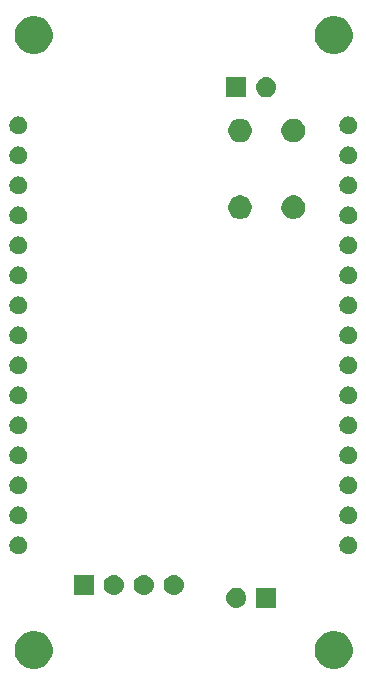
<source format=gbr>
G04 #@! TF.GenerationSoftware,KiCad,Pcbnew,(5.0.2)-1*
G04 #@! TF.CreationDate,2019-06-25T18:24:43+05:30*
G04 #@! TF.ProjectId,CapacityOfBattery,43617061-6369-4747-994f-664261747465,rev?*
G04 #@! TF.SameCoordinates,Original*
G04 #@! TF.FileFunction,Soldermask,Bot*
G04 #@! TF.FilePolarity,Negative*
%FSLAX46Y46*%
G04 Gerber Fmt 4.6, Leading zero omitted, Abs format (unit mm)*
G04 Created by KiCad (PCBNEW (5.0.2)-1) date 06/25/19 18:24:43*
%MOMM*%
%LPD*%
G01*
G04 APERTURE LIST*
%ADD10C,0.100000*%
G04 APERTURE END LIST*
D10*
G36*
X41995703Y-65771486D02*
X42286883Y-65892097D01*
X42548944Y-66067201D01*
X42771799Y-66290056D01*
X42946903Y-66552117D01*
X43067514Y-66843297D01*
X43129000Y-67152412D01*
X43129000Y-67467588D01*
X43067514Y-67776703D01*
X42946903Y-68067883D01*
X42771799Y-68329944D01*
X42548944Y-68552799D01*
X42286883Y-68727903D01*
X41995703Y-68848514D01*
X41686588Y-68910000D01*
X41371412Y-68910000D01*
X41062297Y-68848514D01*
X40771117Y-68727903D01*
X40509056Y-68552799D01*
X40286201Y-68329944D01*
X40111097Y-68067883D01*
X39990486Y-67776703D01*
X39929000Y-67467588D01*
X39929000Y-67152412D01*
X39990486Y-66843297D01*
X40111097Y-66552117D01*
X40286201Y-66290056D01*
X40509056Y-66067201D01*
X40771117Y-65892097D01*
X41062297Y-65771486D01*
X41371412Y-65710000D01*
X41686588Y-65710000D01*
X41995703Y-65771486D01*
X41995703Y-65771486D01*
G37*
G36*
X16595703Y-65771486D02*
X16886883Y-65892097D01*
X17148944Y-66067201D01*
X17371799Y-66290056D01*
X17546903Y-66552117D01*
X17667514Y-66843297D01*
X17729000Y-67152412D01*
X17729000Y-67467588D01*
X17667514Y-67776703D01*
X17546903Y-68067883D01*
X17371799Y-68329944D01*
X17148944Y-68552799D01*
X16886883Y-68727903D01*
X16595703Y-68848514D01*
X16286588Y-68910000D01*
X15971412Y-68910000D01*
X15662297Y-68848514D01*
X15371117Y-68727903D01*
X15109056Y-68552799D01*
X14886201Y-68329944D01*
X14711097Y-68067883D01*
X14590486Y-67776703D01*
X14529000Y-67467588D01*
X14529000Y-67152412D01*
X14590486Y-66843297D01*
X14711097Y-66552117D01*
X14886201Y-66290056D01*
X15109056Y-66067201D01*
X15371117Y-65892097D01*
X15662297Y-65771486D01*
X15971412Y-65710000D01*
X16286588Y-65710000D01*
X16595703Y-65771486D01*
X16595703Y-65771486D01*
G37*
G36*
X33440630Y-62027299D02*
X33600855Y-62075903D01*
X33748520Y-62154831D01*
X33877949Y-62261051D01*
X33984169Y-62390480D01*
X34063097Y-62538145D01*
X34111701Y-62698370D01*
X34128112Y-62865000D01*
X34111701Y-63031630D01*
X34063097Y-63191855D01*
X33984169Y-63339520D01*
X33877949Y-63468949D01*
X33748520Y-63575169D01*
X33600855Y-63654097D01*
X33440630Y-63702701D01*
X33315752Y-63715000D01*
X33232248Y-63715000D01*
X33107370Y-63702701D01*
X32947145Y-63654097D01*
X32799480Y-63575169D01*
X32670051Y-63468949D01*
X32563831Y-63339520D01*
X32484903Y-63191855D01*
X32436299Y-63031630D01*
X32419888Y-62865000D01*
X32436299Y-62698370D01*
X32484903Y-62538145D01*
X32563831Y-62390480D01*
X32670051Y-62261051D01*
X32799480Y-62154831D01*
X32947145Y-62075903D01*
X33107370Y-62027299D01*
X33232248Y-62015000D01*
X33315752Y-62015000D01*
X33440630Y-62027299D01*
X33440630Y-62027299D01*
G37*
G36*
X36664000Y-63715000D02*
X34964000Y-63715000D01*
X34964000Y-62015000D01*
X36664000Y-62015000D01*
X36664000Y-63715000D01*
X36664000Y-63715000D01*
G37*
G36*
X28146630Y-60962299D02*
X28306855Y-61010903D01*
X28454520Y-61089831D01*
X28583949Y-61196051D01*
X28690169Y-61325480D01*
X28769097Y-61473145D01*
X28817701Y-61633370D01*
X28834112Y-61800000D01*
X28817701Y-61966630D01*
X28769097Y-62126855D01*
X28690169Y-62274520D01*
X28583949Y-62403949D01*
X28454520Y-62510169D01*
X28306855Y-62589097D01*
X28146630Y-62637701D01*
X28021752Y-62650000D01*
X27938248Y-62650000D01*
X27813370Y-62637701D01*
X27653145Y-62589097D01*
X27505480Y-62510169D01*
X27376051Y-62403949D01*
X27269831Y-62274520D01*
X27190903Y-62126855D01*
X27142299Y-61966630D01*
X27125888Y-61800000D01*
X27142299Y-61633370D01*
X27190903Y-61473145D01*
X27269831Y-61325480D01*
X27376051Y-61196051D01*
X27505480Y-61089831D01*
X27653145Y-61010903D01*
X27813370Y-60962299D01*
X27938248Y-60950000D01*
X28021752Y-60950000D01*
X28146630Y-60962299D01*
X28146630Y-60962299D01*
G37*
G36*
X21210000Y-62650000D02*
X19510000Y-62650000D01*
X19510000Y-60950000D01*
X21210000Y-60950000D01*
X21210000Y-62650000D01*
X21210000Y-62650000D01*
G37*
G36*
X23066630Y-60962299D02*
X23226855Y-61010903D01*
X23374520Y-61089831D01*
X23503949Y-61196051D01*
X23610169Y-61325480D01*
X23689097Y-61473145D01*
X23737701Y-61633370D01*
X23754112Y-61800000D01*
X23737701Y-61966630D01*
X23689097Y-62126855D01*
X23610169Y-62274520D01*
X23503949Y-62403949D01*
X23374520Y-62510169D01*
X23226855Y-62589097D01*
X23066630Y-62637701D01*
X22941752Y-62650000D01*
X22858248Y-62650000D01*
X22733370Y-62637701D01*
X22573145Y-62589097D01*
X22425480Y-62510169D01*
X22296051Y-62403949D01*
X22189831Y-62274520D01*
X22110903Y-62126855D01*
X22062299Y-61966630D01*
X22045888Y-61800000D01*
X22062299Y-61633370D01*
X22110903Y-61473145D01*
X22189831Y-61325480D01*
X22296051Y-61196051D01*
X22425480Y-61089831D01*
X22573145Y-61010903D01*
X22733370Y-60962299D01*
X22858248Y-60950000D01*
X22941752Y-60950000D01*
X23066630Y-60962299D01*
X23066630Y-60962299D01*
G37*
G36*
X25606630Y-60962299D02*
X25766855Y-61010903D01*
X25914520Y-61089831D01*
X26043949Y-61196051D01*
X26150169Y-61325480D01*
X26229097Y-61473145D01*
X26277701Y-61633370D01*
X26294112Y-61800000D01*
X26277701Y-61966630D01*
X26229097Y-62126855D01*
X26150169Y-62274520D01*
X26043949Y-62403949D01*
X25914520Y-62510169D01*
X25766855Y-62589097D01*
X25606630Y-62637701D01*
X25481752Y-62650000D01*
X25398248Y-62650000D01*
X25273370Y-62637701D01*
X25113145Y-62589097D01*
X24965480Y-62510169D01*
X24836051Y-62403949D01*
X24729831Y-62274520D01*
X24650903Y-62126855D01*
X24602299Y-61966630D01*
X24585888Y-61800000D01*
X24602299Y-61633370D01*
X24650903Y-61473145D01*
X24729831Y-61325480D01*
X24836051Y-61196051D01*
X24965480Y-61089831D01*
X25113145Y-61010903D01*
X25273370Y-60962299D01*
X25398248Y-60950000D01*
X25481752Y-60950000D01*
X25606630Y-60962299D01*
X25606630Y-60962299D01*
G37*
G36*
X42943195Y-57697522D02*
X42992267Y-57707283D01*
X43130942Y-57764724D01*
X43255750Y-57848118D01*
X43361882Y-57954250D01*
X43445276Y-58079058D01*
X43502717Y-58217734D01*
X43532000Y-58364948D01*
X43532000Y-58515052D01*
X43502717Y-58662266D01*
X43445276Y-58800942D01*
X43361882Y-58925750D01*
X43255750Y-59031882D01*
X43255747Y-59031884D01*
X43130942Y-59115276D01*
X42992267Y-59172717D01*
X42943195Y-59182478D01*
X42845052Y-59202000D01*
X42694948Y-59202000D01*
X42596805Y-59182478D01*
X42547733Y-59172717D01*
X42409058Y-59115276D01*
X42284253Y-59031884D01*
X42284250Y-59031882D01*
X42178118Y-58925750D01*
X42094724Y-58800942D01*
X42037283Y-58662266D01*
X42008000Y-58515052D01*
X42008000Y-58364948D01*
X42037283Y-58217734D01*
X42094724Y-58079058D01*
X42178118Y-57954250D01*
X42284250Y-57848118D01*
X42409058Y-57764724D01*
X42547733Y-57707283D01*
X42596805Y-57697522D01*
X42694948Y-57678000D01*
X42845052Y-57678000D01*
X42943195Y-57697522D01*
X42943195Y-57697522D01*
G37*
G36*
X15003195Y-57697522D02*
X15052267Y-57707283D01*
X15190942Y-57764724D01*
X15315750Y-57848118D01*
X15421882Y-57954250D01*
X15505276Y-58079058D01*
X15562717Y-58217734D01*
X15592000Y-58364948D01*
X15592000Y-58515052D01*
X15562717Y-58662266D01*
X15505276Y-58800942D01*
X15421882Y-58925750D01*
X15315750Y-59031882D01*
X15315747Y-59031884D01*
X15190942Y-59115276D01*
X15052267Y-59172717D01*
X15003195Y-59182478D01*
X14905052Y-59202000D01*
X14754948Y-59202000D01*
X14656805Y-59182478D01*
X14607733Y-59172717D01*
X14469058Y-59115276D01*
X14344253Y-59031884D01*
X14344250Y-59031882D01*
X14238118Y-58925750D01*
X14154724Y-58800942D01*
X14097283Y-58662266D01*
X14068000Y-58515052D01*
X14068000Y-58364948D01*
X14097283Y-58217734D01*
X14154724Y-58079058D01*
X14238118Y-57954250D01*
X14344250Y-57848118D01*
X14469058Y-57764724D01*
X14607733Y-57707283D01*
X14656805Y-57697522D01*
X14754948Y-57678000D01*
X14905052Y-57678000D01*
X15003195Y-57697522D01*
X15003195Y-57697522D01*
G37*
G36*
X15003195Y-55157522D02*
X15052267Y-55167283D01*
X15190942Y-55224724D01*
X15315750Y-55308118D01*
X15421882Y-55414250D01*
X15505276Y-55539058D01*
X15562717Y-55677734D01*
X15592000Y-55824948D01*
X15592000Y-55975052D01*
X15562717Y-56122266D01*
X15505276Y-56260942D01*
X15421882Y-56385750D01*
X15315750Y-56491882D01*
X15315747Y-56491884D01*
X15190942Y-56575276D01*
X15052267Y-56632717D01*
X15003195Y-56642478D01*
X14905052Y-56662000D01*
X14754948Y-56662000D01*
X14656805Y-56642478D01*
X14607733Y-56632717D01*
X14469058Y-56575276D01*
X14344253Y-56491884D01*
X14344250Y-56491882D01*
X14238118Y-56385750D01*
X14154724Y-56260942D01*
X14097283Y-56122266D01*
X14068000Y-55975052D01*
X14068000Y-55824948D01*
X14097283Y-55677734D01*
X14154724Y-55539058D01*
X14238118Y-55414250D01*
X14344250Y-55308118D01*
X14469058Y-55224724D01*
X14607733Y-55167283D01*
X14656805Y-55157522D01*
X14754948Y-55138000D01*
X14905052Y-55138000D01*
X15003195Y-55157522D01*
X15003195Y-55157522D01*
G37*
G36*
X42943195Y-55157522D02*
X42992267Y-55167283D01*
X43130942Y-55224724D01*
X43255750Y-55308118D01*
X43361882Y-55414250D01*
X43445276Y-55539058D01*
X43502717Y-55677734D01*
X43532000Y-55824948D01*
X43532000Y-55975052D01*
X43502717Y-56122266D01*
X43445276Y-56260942D01*
X43361882Y-56385750D01*
X43255750Y-56491882D01*
X43255747Y-56491884D01*
X43130942Y-56575276D01*
X42992267Y-56632717D01*
X42943195Y-56642478D01*
X42845052Y-56662000D01*
X42694948Y-56662000D01*
X42596805Y-56642478D01*
X42547733Y-56632717D01*
X42409058Y-56575276D01*
X42284253Y-56491884D01*
X42284250Y-56491882D01*
X42178118Y-56385750D01*
X42094724Y-56260942D01*
X42037283Y-56122266D01*
X42008000Y-55975052D01*
X42008000Y-55824948D01*
X42037283Y-55677734D01*
X42094724Y-55539058D01*
X42178118Y-55414250D01*
X42284250Y-55308118D01*
X42409058Y-55224724D01*
X42547733Y-55167283D01*
X42596805Y-55157522D01*
X42694948Y-55138000D01*
X42845052Y-55138000D01*
X42943195Y-55157522D01*
X42943195Y-55157522D01*
G37*
G36*
X15003195Y-52617522D02*
X15052267Y-52627283D01*
X15190942Y-52684724D01*
X15315750Y-52768118D01*
X15421882Y-52874250D01*
X15505276Y-52999058D01*
X15562717Y-53137734D01*
X15592000Y-53284948D01*
X15592000Y-53435052D01*
X15562717Y-53582266D01*
X15505276Y-53720942D01*
X15421882Y-53845750D01*
X15315750Y-53951882D01*
X15315747Y-53951884D01*
X15190942Y-54035276D01*
X15052267Y-54092717D01*
X15003195Y-54102478D01*
X14905052Y-54122000D01*
X14754948Y-54122000D01*
X14656805Y-54102478D01*
X14607733Y-54092717D01*
X14469058Y-54035276D01*
X14344253Y-53951884D01*
X14344250Y-53951882D01*
X14238118Y-53845750D01*
X14154724Y-53720942D01*
X14097283Y-53582266D01*
X14068000Y-53435052D01*
X14068000Y-53284948D01*
X14097283Y-53137734D01*
X14154724Y-52999058D01*
X14238118Y-52874250D01*
X14344250Y-52768118D01*
X14469058Y-52684724D01*
X14607733Y-52627283D01*
X14656805Y-52617522D01*
X14754948Y-52598000D01*
X14905052Y-52598000D01*
X15003195Y-52617522D01*
X15003195Y-52617522D01*
G37*
G36*
X42943195Y-52617522D02*
X42992267Y-52627283D01*
X43130942Y-52684724D01*
X43255750Y-52768118D01*
X43361882Y-52874250D01*
X43445276Y-52999058D01*
X43502717Y-53137734D01*
X43532000Y-53284948D01*
X43532000Y-53435052D01*
X43502717Y-53582266D01*
X43445276Y-53720942D01*
X43361882Y-53845750D01*
X43255750Y-53951882D01*
X43255747Y-53951884D01*
X43130942Y-54035276D01*
X42992267Y-54092717D01*
X42943195Y-54102478D01*
X42845052Y-54122000D01*
X42694948Y-54122000D01*
X42596805Y-54102478D01*
X42547733Y-54092717D01*
X42409058Y-54035276D01*
X42284253Y-53951884D01*
X42284250Y-53951882D01*
X42178118Y-53845750D01*
X42094724Y-53720942D01*
X42037283Y-53582266D01*
X42008000Y-53435052D01*
X42008000Y-53284948D01*
X42037283Y-53137734D01*
X42094724Y-52999058D01*
X42178118Y-52874250D01*
X42284250Y-52768118D01*
X42409058Y-52684724D01*
X42547733Y-52627283D01*
X42596805Y-52617522D01*
X42694948Y-52598000D01*
X42845052Y-52598000D01*
X42943195Y-52617522D01*
X42943195Y-52617522D01*
G37*
G36*
X42943195Y-50077522D02*
X42992267Y-50087283D01*
X43130942Y-50144724D01*
X43255750Y-50228118D01*
X43361882Y-50334250D01*
X43445276Y-50459058D01*
X43502717Y-50597734D01*
X43532000Y-50744948D01*
X43532000Y-50895052D01*
X43502717Y-51042266D01*
X43445276Y-51180942D01*
X43361882Y-51305750D01*
X43255750Y-51411882D01*
X43255747Y-51411884D01*
X43130942Y-51495276D01*
X42992267Y-51552717D01*
X42943195Y-51562478D01*
X42845052Y-51582000D01*
X42694948Y-51582000D01*
X42596805Y-51562478D01*
X42547733Y-51552717D01*
X42409058Y-51495276D01*
X42284253Y-51411884D01*
X42284250Y-51411882D01*
X42178118Y-51305750D01*
X42094724Y-51180942D01*
X42037283Y-51042266D01*
X42008000Y-50895052D01*
X42008000Y-50744948D01*
X42037283Y-50597734D01*
X42094724Y-50459058D01*
X42178118Y-50334250D01*
X42284250Y-50228118D01*
X42409058Y-50144724D01*
X42547733Y-50087283D01*
X42596805Y-50077522D01*
X42694948Y-50058000D01*
X42845052Y-50058000D01*
X42943195Y-50077522D01*
X42943195Y-50077522D01*
G37*
G36*
X15003195Y-50077522D02*
X15052267Y-50087283D01*
X15190942Y-50144724D01*
X15315750Y-50228118D01*
X15421882Y-50334250D01*
X15505276Y-50459058D01*
X15562717Y-50597734D01*
X15592000Y-50744948D01*
X15592000Y-50895052D01*
X15562717Y-51042266D01*
X15505276Y-51180942D01*
X15421882Y-51305750D01*
X15315750Y-51411882D01*
X15315747Y-51411884D01*
X15190942Y-51495276D01*
X15052267Y-51552717D01*
X15003195Y-51562478D01*
X14905052Y-51582000D01*
X14754948Y-51582000D01*
X14656805Y-51562478D01*
X14607733Y-51552717D01*
X14469058Y-51495276D01*
X14344253Y-51411884D01*
X14344250Y-51411882D01*
X14238118Y-51305750D01*
X14154724Y-51180942D01*
X14097283Y-51042266D01*
X14068000Y-50895052D01*
X14068000Y-50744948D01*
X14097283Y-50597734D01*
X14154724Y-50459058D01*
X14238118Y-50334250D01*
X14344250Y-50228118D01*
X14469058Y-50144724D01*
X14607733Y-50087283D01*
X14656805Y-50077522D01*
X14754948Y-50058000D01*
X14905052Y-50058000D01*
X15003195Y-50077522D01*
X15003195Y-50077522D01*
G37*
G36*
X42943195Y-47537522D02*
X42992267Y-47547283D01*
X43130942Y-47604724D01*
X43255750Y-47688118D01*
X43361882Y-47794250D01*
X43445276Y-47919058D01*
X43502717Y-48057734D01*
X43532000Y-48204948D01*
X43532000Y-48355052D01*
X43502717Y-48502266D01*
X43445276Y-48640942D01*
X43361882Y-48765750D01*
X43255750Y-48871882D01*
X43255747Y-48871884D01*
X43130942Y-48955276D01*
X42992267Y-49012717D01*
X42943195Y-49022478D01*
X42845052Y-49042000D01*
X42694948Y-49042000D01*
X42596805Y-49022478D01*
X42547733Y-49012717D01*
X42409058Y-48955276D01*
X42284253Y-48871884D01*
X42284250Y-48871882D01*
X42178118Y-48765750D01*
X42094724Y-48640942D01*
X42037283Y-48502266D01*
X42008000Y-48355052D01*
X42008000Y-48204948D01*
X42037283Y-48057734D01*
X42094724Y-47919058D01*
X42178118Y-47794250D01*
X42284250Y-47688118D01*
X42409058Y-47604724D01*
X42547733Y-47547283D01*
X42596805Y-47537522D01*
X42694948Y-47518000D01*
X42845052Y-47518000D01*
X42943195Y-47537522D01*
X42943195Y-47537522D01*
G37*
G36*
X15003195Y-47537522D02*
X15052267Y-47547283D01*
X15190942Y-47604724D01*
X15315750Y-47688118D01*
X15421882Y-47794250D01*
X15505276Y-47919058D01*
X15562717Y-48057734D01*
X15592000Y-48204948D01*
X15592000Y-48355052D01*
X15562717Y-48502266D01*
X15505276Y-48640942D01*
X15421882Y-48765750D01*
X15315750Y-48871882D01*
X15315747Y-48871884D01*
X15190942Y-48955276D01*
X15052267Y-49012717D01*
X15003195Y-49022478D01*
X14905052Y-49042000D01*
X14754948Y-49042000D01*
X14656805Y-49022478D01*
X14607733Y-49012717D01*
X14469058Y-48955276D01*
X14344253Y-48871884D01*
X14344250Y-48871882D01*
X14238118Y-48765750D01*
X14154724Y-48640942D01*
X14097283Y-48502266D01*
X14068000Y-48355052D01*
X14068000Y-48204948D01*
X14097283Y-48057734D01*
X14154724Y-47919058D01*
X14238118Y-47794250D01*
X14344250Y-47688118D01*
X14469058Y-47604724D01*
X14607733Y-47547283D01*
X14656805Y-47537522D01*
X14754948Y-47518000D01*
X14905052Y-47518000D01*
X15003195Y-47537522D01*
X15003195Y-47537522D01*
G37*
G36*
X42943195Y-44997522D02*
X42992267Y-45007283D01*
X43130942Y-45064724D01*
X43255750Y-45148118D01*
X43361882Y-45254250D01*
X43445276Y-45379058D01*
X43502717Y-45517734D01*
X43532000Y-45664948D01*
X43532000Y-45815052D01*
X43502717Y-45962266D01*
X43445276Y-46100942D01*
X43361882Y-46225750D01*
X43255750Y-46331882D01*
X43255747Y-46331884D01*
X43130942Y-46415276D01*
X42992267Y-46472717D01*
X42943195Y-46482478D01*
X42845052Y-46502000D01*
X42694948Y-46502000D01*
X42596805Y-46482478D01*
X42547733Y-46472717D01*
X42409058Y-46415276D01*
X42284253Y-46331884D01*
X42284250Y-46331882D01*
X42178118Y-46225750D01*
X42094724Y-46100942D01*
X42037283Y-45962266D01*
X42008000Y-45815052D01*
X42008000Y-45664948D01*
X42037283Y-45517734D01*
X42094724Y-45379058D01*
X42178118Y-45254250D01*
X42284250Y-45148118D01*
X42409058Y-45064724D01*
X42547733Y-45007283D01*
X42596805Y-44997522D01*
X42694948Y-44978000D01*
X42845052Y-44978000D01*
X42943195Y-44997522D01*
X42943195Y-44997522D01*
G37*
G36*
X15003195Y-44997522D02*
X15052267Y-45007283D01*
X15190942Y-45064724D01*
X15315750Y-45148118D01*
X15421882Y-45254250D01*
X15505276Y-45379058D01*
X15562717Y-45517734D01*
X15592000Y-45664948D01*
X15592000Y-45815052D01*
X15562717Y-45962266D01*
X15505276Y-46100942D01*
X15421882Y-46225750D01*
X15315750Y-46331882D01*
X15315747Y-46331884D01*
X15190942Y-46415276D01*
X15052267Y-46472717D01*
X15003195Y-46482478D01*
X14905052Y-46502000D01*
X14754948Y-46502000D01*
X14656805Y-46482478D01*
X14607733Y-46472717D01*
X14469058Y-46415276D01*
X14344253Y-46331884D01*
X14344250Y-46331882D01*
X14238118Y-46225750D01*
X14154724Y-46100942D01*
X14097283Y-45962266D01*
X14068000Y-45815052D01*
X14068000Y-45664948D01*
X14097283Y-45517734D01*
X14154724Y-45379058D01*
X14238118Y-45254250D01*
X14344250Y-45148118D01*
X14469058Y-45064724D01*
X14607733Y-45007283D01*
X14656805Y-44997522D01*
X14754948Y-44978000D01*
X14905052Y-44978000D01*
X15003195Y-44997522D01*
X15003195Y-44997522D01*
G37*
G36*
X15003195Y-42457522D02*
X15052267Y-42467283D01*
X15190942Y-42524724D01*
X15315750Y-42608118D01*
X15421882Y-42714250D01*
X15505276Y-42839058D01*
X15562717Y-42977734D01*
X15592000Y-43124948D01*
X15592000Y-43275052D01*
X15562717Y-43422266D01*
X15505276Y-43560942D01*
X15421882Y-43685750D01*
X15315750Y-43791882D01*
X15315747Y-43791884D01*
X15190942Y-43875276D01*
X15052267Y-43932717D01*
X15003195Y-43942478D01*
X14905052Y-43962000D01*
X14754948Y-43962000D01*
X14656805Y-43942478D01*
X14607733Y-43932717D01*
X14469058Y-43875276D01*
X14344253Y-43791884D01*
X14344250Y-43791882D01*
X14238118Y-43685750D01*
X14154724Y-43560942D01*
X14097283Y-43422266D01*
X14068000Y-43275052D01*
X14068000Y-43124948D01*
X14097283Y-42977734D01*
X14154724Y-42839058D01*
X14238118Y-42714250D01*
X14344250Y-42608118D01*
X14469058Y-42524724D01*
X14607733Y-42467283D01*
X14656805Y-42457522D01*
X14754948Y-42438000D01*
X14905052Y-42438000D01*
X15003195Y-42457522D01*
X15003195Y-42457522D01*
G37*
G36*
X42943195Y-42457522D02*
X42992267Y-42467283D01*
X43130942Y-42524724D01*
X43255750Y-42608118D01*
X43361882Y-42714250D01*
X43445276Y-42839058D01*
X43502717Y-42977734D01*
X43532000Y-43124948D01*
X43532000Y-43275052D01*
X43502717Y-43422266D01*
X43445276Y-43560942D01*
X43361882Y-43685750D01*
X43255750Y-43791882D01*
X43255747Y-43791884D01*
X43130942Y-43875276D01*
X42992267Y-43932717D01*
X42943195Y-43942478D01*
X42845052Y-43962000D01*
X42694948Y-43962000D01*
X42596805Y-43942478D01*
X42547733Y-43932717D01*
X42409058Y-43875276D01*
X42284253Y-43791884D01*
X42284250Y-43791882D01*
X42178118Y-43685750D01*
X42094724Y-43560942D01*
X42037283Y-43422266D01*
X42008000Y-43275052D01*
X42008000Y-43124948D01*
X42037283Y-42977734D01*
X42094724Y-42839058D01*
X42178118Y-42714250D01*
X42284250Y-42608118D01*
X42409058Y-42524724D01*
X42547733Y-42467283D01*
X42596805Y-42457522D01*
X42694948Y-42438000D01*
X42845052Y-42438000D01*
X42943195Y-42457522D01*
X42943195Y-42457522D01*
G37*
G36*
X42943195Y-39917522D02*
X42992267Y-39927283D01*
X43130942Y-39984724D01*
X43255750Y-40068118D01*
X43361882Y-40174250D01*
X43445276Y-40299058D01*
X43502717Y-40437734D01*
X43532000Y-40584948D01*
X43532000Y-40735052D01*
X43502717Y-40882266D01*
X43445276Y-41020942D01*
X43361882Y-41145750D01*
X43255750Y-41251882D01*
X43255747Y-41251884D01*
X43130942Y-41335276D01*
X42992267Y-41392717D01*
X42943195Y-41402478D01*
X42845052Y-41422000D01*
X42694948Y-41422000D01*
X42596805Y-41402478D01*
X42547733Y-41392717D01*
X42409058Y-41335276D01*
X42284253Y-41251884D01*
X42284250Y-41251882D01*
X42178118Y-41145750D01*
X42094724Y-41020942D01*
X42037283Y-40882266D01*
X42008000Y-40735052D01*
X42008000Y-40584948D01*
X42037283Y-40437734D01*
X42094724Y-40299058D01*
X42178118Y-40174250D01*
X42284250Y-40068118D01*
X42409058Y-39984724D01*
X42547733Y-39927283D01*
X42596805Y-39917522D01*
X42694948Y-39898000D01*
X42845052Y-39898000D01*
X42943195Y-39917522D01*
X42943195Y-39917522D01*
G37*
G36*
X15003195Y-39917522D02*
X15052267Y-39927283D01*
X15190942Y-39984724D01*
X15315750Y-40068118D01*
X15421882Y-40174250D01*
X15505276Y-40299058D01*
X15562717Y-40437734D01*
X15592000Y-40584948D01*
X15592000Y-40735052D01*
X15562717Y-40882266D01*
X15505276Y-41020942D01*
X15421882Y-41145750D01*
X15315750Y-41251882D01*
X15315747Y-41251884D01*
X15190942Y-41335276D01*
X15052267Y-41392717D01*
X15003195Y-41402478D01*
X14905052Y-41422000D01*
X14754948Y-41422000D01*
X14656805Y-41402478D01*
X14607733Y-41392717D01*
X14469058Y-41335276D01*
X14344253Y-41251884D01*
X14344250Y-41251882D01*
X14238118Y-41145750D01*
X14154724Y-41020942D01*
X14097283Y-40882266D01*
X14068000Y-40735052D01*
X14068000Y-40584948D01*
X14097283Y-40437734D01*
X14154724Y-40299058D01*
X14238118Y-40174250D01*
X14344250Y-40068118D01*
X14469058Y-39984724D01*
X14607733Y-39927283D01*
X14656805Y-39917522D01*
X14754948Y-39898000D01*
X14905052Y-39898000D01*
X15003195Y-39917522D01*
X15003195Y-39917522D01*
G37*
G36*
X42943195Y-37377522D02*
X42992267Y-37387283D01*
X43130942Y-37444724D01*
X43255750Y-37528118D01*
X43361882Y-37634250D01*
X43445276Y-37759058D01*
X43502717Y-37897734D01*
X43532000Y-38044948D01*
X43532000Y-38195052D01*
X43502717Y-38342266D01*
X43445276Y-38480942D01*
X43361882Y-38605750D01*
X43255750Y-38711882D01*
X43255747Y-38711884D01*
X43130942Y-38795276D01*
X42992267Y-38852717D01*
X42943195Y-38862478D01*
X42845052Y-38882000D01*
X42694948Y-38882000D01*
X42596805Y-38862478D01*
X42547733Y-38852717D01*
X42409058Y-38795276D01*
X42284253Y-38711884D01*
X42284250Y-38711882D01*
X42178118Y-38605750D01*
X42094724Y-38480942D01*
X42037283Y-38342266D01*
X42008000Y-38195052D01*
X42008000Y-38044948D01*
X42037283Y-37897734D01*
X42094724Y-37759058D01*
X42178118Y-37634250D01*
X42284250Y-37528118D01*
X42409058Y-37444724D01*
X42547733Y-37387283D01*
X42596805Y-37377522D01*
X42694948Y-37358000D01*
X42845052Y-37358000D01*
X42943195Y-37377522D01*
X42943195Y-37377522D01*
G37*
G36*
X15003195Y-37377522D02*
X15052267Y-37387283D01*
X15190942Y-37444724D01*
X15315750Y-37528118D01*
X15421882Y-37634250D01*
X15505276Y-37759058D01*
X15562717Y-37897734D01*
X15592000Y-38044948D01*
X15592000Y-38195052D01*
X15562717Y-38342266D01*
X15505276Y-38480942D01*
X15421882Y-38605750D01*
X15315750Y-38711882D01*
X15315747Y-38711884D01*
X15190942Y-38795276D01*
X15052267Y-38852717D01*
X15003195Y-38862478D01*
X14905052Y-38882000D01*
X14754948Y-38882000D01*
X14656805Y-38862478D01*
X14607733Y-38852717D01*
X14469058Y-38795276D01*
X14344253Y-38711884D01*
X14344250Y-38711882D01*
X14238118Y-38605750D01*
X14154724Y-38480942D01*
X14097283Y-38342266D01*
X14068000Y-38195052D01*
X14068000Y-38044948D01*
X14097283Y-37897734D01*
X14154724Y-37759058D01*
X14238118Y-37634250D01*
X14344250Y-37528118D01*
X14469058Y-37444724D01*
X14607733Y-37387283D01*
X14656805Y-37377522D01*
X14754948Y-37358000D01*
X14905052Y-37358000D01*
X15003195Y-37377522D01*
X15003195Y-37377522D01*
G37*
G36*
X42943195Y-34837522D02*
X42992267Y-34847283D01*
X43130942Y-34904724D01*
X43255750Y-34988118D01*
X43361882Y-35094250D01*
X43445276Y-35219058D01*
X43502717Y-35357734D01*
X43532000Y-35504948D01*
X43532000Y-35655052D01*
X43502717Y-35802266D01*
X43445276Y-35940942D01*
X43361882Y-36065750D01*
X43255750Y-36171882D01*
X43255747Y-36171884D01*
X43130942Y-36255276D01*
X42992267Y-36312717D01*
X42943195Y-36322478D01*
X42845052Y-36342000D01*
X42694948Y-36342000D01*
X42596805Y-36322478D01*
X42547733Y-36312717D01*
X42409058Y-36255276D01*
X42284253Y-36171884D01*
X42284250Y-36171882D01*
X42178118Y-36065750D01*
X42094724Y-35940942D01*
X42037283Y-35802266D01*
X42008000Y-35655052D01*
X42008000Y-35504948D01*
X42037283Y-35357734D01*
X42094724Y-35219058D01*
X42178118Y-35094250D01*
X42284250Y-34988118D01*
X42409058Y-34904724D01*
X42547733Y-34847283D01*
X42596805Y-34837522D01*
X42694948Y-34818000D01*
X42845052Y-34818000D01*
X42943195Y-34837522D01*
X42943195Y-34837522D01*
G37*
G36*
X15003195Y-34837522D02*
X15052267Y-34847283D01*
X15190942Y-34904724D01*
X15315750Y-34988118D01*
X15421882Y-35094250D01*
X15505276Y-35219058D01*
X15562717Y-35357734D01*
X15592000Y-35504948D01*
X15592000Y-35655052D01*
X15562717Y-35802266D01*
X15505276Y-35940942D01*
X15421882Y-36065750D01*
X15315750Y-36171882D01*
X15315747Y-36171884D01*
X15190942Y-36255276D01*
X15052267Y-36312717D01*
X15003195Y-36322478D01*
X14905052Y-36342000D01*
X14754948Y-36342000D01*
X14656805Y-36322478D01*
X14607733Y-36312717D01*
X14469058Y-36255276D01*
X14344253Y-36171884D01*
X14344250Y-36171882D01*
X14238118Y-36065750D01*
X14154724Y-35940942D01*
X14097283Y-35802266D01*
X14068000Y-35655052D01*
X14068000Y-35504948D01*
X14097283Y-35357734D01*
X14154724Y-35219058D01*
X14238118Y-35094250D01*
X14344250Y-34988118D01*
X14469058Y-34904724D01*
X14607733Y-34847283D01*
X14656805Y-34837522D01*
X14754948Y-34818000D01*
X14905052Y-34818000D01*
X15003195Y-34837522D01*
X15003195Y-34837522D01*
G37*
G36*
X15003195Y-32297522D02*
X15052267Y-32307283D01*
X15190942Y-32364724D01*
X15315750Y-32448118D01*
X15421882Y-32554250D01*
X15505276Y-32679058D01*
X15562717Y-32817734D01*
X15592000Y-32964948D01*
X15592000Y-33115052D01*
X15562717Y-33262266D01*
X15505276Y-33400942D01*
X15421882Y-33525750D01*
X15315750Y-33631882D01*
X15315747Y-33631884D01*
X15190942Y-33715276D01*
X15052267Y-33772717D01*
X15003195Y-33782478D01*
X14905052Y-33802000D01*
X14754948Y-33802000D01*
X14656805Y-33782478D01*
X14607733Y-33772717D01*
X14469058Y-33715276D01*
X14344253Y-33631884D01*
X14344250Y-33631882D01*
X14238118Y-33525750D01*
X14154724Y-33400942D01*
X14097283Y-33262266D01*
X14068000Y-33115052D01*
X14068000Y-32964948D01*
X14097283Y-32817734D01*
X14154724Y-32679058D01*
X14238118Y-32554250D01*
X14344250Y-32448118D01*
X14469058Y-32364724D01*
X14607733Y-32307283D01*
X14656805Y-32297522D01*
X14754948Y-32278000D01*
X14905052Y-32278000D01*
X15003195Y-32297522D01*
X15003195Y-32297522D01*
G37*
G36*
X42943195Y-32297522D02*
X42992267Y-32307283D01*
X43130942Y-32364724D01*
X43255750Y-32448118D01*
X43361882Y-32554250D01*
X43445276Y-32679058D01*
X43502717Y-32817734D01*
X43532000Y-32964948D01*
X43532000Y-33115052D01*
X43502717Y-33262266D01*
X43445276Y-33400942D01*
X43361882Y-33525750D01*
X43255750Y-33631882D01*
X43255747Y-33631884D01*
X43130942Y-33715276D01*
X42992267Y-33772717D01*
X42943195Y-33782478D01*
X42845052Y-33802000D01*
X42694948Y-33802000D01*
X42596805Y-33782478D01*
X42547733Y-33772717D01*
X42409058Y-33715276D01*
X42284253Y-33631884D01*
X42284250Y-33631882D01*
X42178118Y-33525750D01*
X42094724Y-33400942D01*
X42037283Y-33262266D01*
X42008000Y-33115052D01*
X42008000Y-32964948D01*
X42037283Y-32817734D01*
X42094724Y-32679058D01*
X42178118Y-32554250D01*
X42284250Y-32448118D01*
X42409058Y-32364724D01*
X42547733Y-32307283D01*
X42596805Y-32297522D01*
X42694948Y-32278000D01*
X42845052Y-32278000D01*
X42943195Y-32297522D01*
X42943195Y-32297522D01*
G37*
G36*
X15003195Y-29757522D02*
X15052267Y-29767283D01*
X15190942Y-29824724D01*
X15315750Y-29908118D01*
X15421882Y-30014250D01*
X15505276Y-30139058D01*
X15562717Y-30277734D01*
X15592000Y-30424948D01*
X15592000Y-30575052D01*
X15591662Y-30576751D01*
X15562717Y-30722267D01*
X15530519Y-30800000D01*
X15505276Y-30860942D01*
X15421882Y-30985750D01*
X15315750Y-31091882D01*
X15315747Y-31091884D01*
X15190942Y-31175276D01*
X15052267Y-31232717D01*
X15003195Y-31242478D01*
X14905052Y-31262000D01*
X14754948Y-31262000D01*
X14656805Y-31242478D01*
X14607733Y-31232717D01*
X14469058Y-31175276D01*
X14344253Y-31091884D01*
X14344250Y-31091882D01*
X14238118Y-30985750D01*
X14154724Y-30860942D01*
X14129481Y-30800000D01*
X14097283Y-30722267D01*
X14068338Y-30576751D01*
X14068000Y-30575052D01*
X14068000Y-30424948D01*
X14097283Y-30277734D01*
X14154724Y-30139058D01*
X14238118Y-30014250D01*
X14344250Y-29908118D01*
X14469058Y-29824724D01*
X14607733Y-29767283D01*
X14656805Y-29757522D01*
X14754948Y-29738000D01*
X14905052Y-29738000D01*
X15003195Y-29757522D01*
X15003195Y-29757522D01*
G37*
G36*
X42943195Y-29757522D02*
X42992267Y-29767283D01*
X43130942Y-29824724D01*
X43255750Y-29908118D01*
X43361882Y-30014250D01*
X43445276Y-30139058D01*
X43502717Y-30277734D01*
X43532000Y-30424948D01*
X43532000Y-30575052D01*
X43531662Y-30576751D01*
X43502717Y-30722267D01*
X43470519Y-30800000D01*
X43445276Y-30860942D01*
X43361882Y-30985750D01*
X43255750Y-31091882D01*
X43255747Y-31091884D01*
X43130942Y-31175276D01*
X42992267Y-31232717D01*
X42943195Y-31242478D01*
X42845052Y-31262000D01*
X42694948Y-31262000D01*
X42596805Y-31242478D01*
X42547733Y-31232717D01*
X42409058Y-31175276D01*
X42284253Y-31091884D01*
X42284250Y-31091882D01*
X42178118Y-30985750D01*
X42094724Y-30860942D01*
X42069481Y-30800000D01*
X42037283Y-30722267D01*
X42008338Y-30576751D01*
X42008000Y-30575052D01*
X42008000Y-30424948D01*
X42037283Y-30277734D01*
X42094724Y-30139058D01*
X42178118Y-30014250D01*
X42284250Y-29908118D01*
X42409058Y-29824724D01*
X42547733Y-29767283D01*
X42596805Y-29757522D01*
X42694948Y-29738000D01*
X42845052Y-29738000D01*
X42943195Y-29757522D01*
X42943195Y-29757522D01*
G37*
G36*
X38275770Y-28815372D02*
X38391689Y-28838429D01*
X38573678Y-28913811D01*
X38737463Y-29023249D01*
X38876751Y-29162537D01*
X38986189Y-29326322D01*
X39061571Y-29508311D01*
X39084628Y-29624230D01*
X39100000Y-29701507D01*
X39100000Y-29898493D01*
X39098085Y-29908118D01*
X39061571Y-30091689D01*
X38986189Y-30273678D01*
X38876751Y-30437463D01*
X38737463Y-30576751D01*
X38573678Y-30686189D01*
X38391689Y-30761571D01*
X38275770Y-30784628D01*
X38198493Y-30800000D01*
X38001507Y-30800000D01*
X37924230Y-30784628D01*
X37808311Y-30761571D01*
X37626322Y-30686189D01*
X37462537Y-30576751D01*
X37323249Y-30437463D01*
X37213811Y-30273678D01*
X37138429Y-30091689D01*
X37101915Y-29908118D01*
X37100000Y-29898493D01*
X37100000Y-29701507D01*
X37115372Y-29624230D01*
X37138429Y-29508311D01*
X37213811Y-29326322D01*
X37323249Y-29162537D01*
X37462537Y-29023249D01*
X37626322Y-28913811D01*
X37808311Y-28838429D01*
X37924230Y-28815372D01*
X38001507Y-28800000D01*
X38198493Y-28800000D01*
X38275770Y-28815372D01*
X38275770Y-28815372D01*
G37*
G36*
X33775770Y-28815372D02*
X33891689Y-28838429D01*
X34073678Y-28913811D01*
X34237463Y-29023249D01*
X34376751Y-29162537D01*
X34486189Y-29326322D01*
X34561571Y-29508311D01*
X34584628Y-29624230D01*
X34600000Y-29701507D01*
X34600000Y-29898493D01*
X34598085Y-29908118D01*
X34561571Y-30091689D01*
X34486189Y-30273678D01*
X34376751Y-30437463D01*
X34237463Y-30576751D01*
X34073678Y-30686189D01*
X33891689Y-30761571D01*
X33775770Y-30784628D01*
X33698493Y-30800000D01*
X33501507Y-30800000D01*
X33424230Y-30784628D01*
X33308311Y-30761571D01*
X33126322Y-30686189D01*
X32962537Y-30576751D01*
X32823249Y-30437463D01*
X32713811Y-30273678D01*
X32638429Y-30091689D01*
X32601915Y-29908118D01*
X32600000Y-29898493D01*
X32600000Y-29701507D01*
X32615372Y-29624230D01*
X32638429Y-29508311D01*
X32713811Y-29326322D01*
X32823249Y-29162537D01*
X32962537Y-29023249D01*
X33126322Y-28913811D01*
X33308311Y-28838429D01*
X33424230Y-28815372D01*
X33501507Y-28800000D01*
X33698493Y-28800000D01*
X33775770Y-28815372D01*
X33775770Y-28815372D01*
G37*
G36*
X15003195Y-27217522D02*
X15052267Y-27227283D01*
X15190942Y-27284724D01*
X15315750Y-27368118D01*
X15421882Y-27474250D01*
X15505276Y-27599058D01*
X15562717Y-27737734D01*
X15592000Y-27884948D01*
X15592000Y-28035052D01*
X15562717Y-28182266D01*
X15505276Y-28320942D01*
X15421882Y-28445750D01*
X15315750Y-28551882D01*
X15315747Y-28551884D01*
X15190942Y-28635276D01*
X15052267Y-28692717D01*
X15003195Y-28702478D01*
X14905052Y-28722000D01*
X14754948Y-28722000D01*
X14656805Y-28702478D01*
X14607733Y-28692717D01*
X14469058Y-28635276D01*
X14344253Y-28551884D01*
X14344250Y-28551882D01*
X14238118Y-28445750D01*
X14154724Y-28320942D01*
X14097283Y-28182266D01*
X14068000Y-28035052D01*
X14068000Y-27884948D01*
X14097283Y-27737734D01*
X14154724Y-27599058D01*
X14238118Y-27474250D01*
X14344250Y-27368118D01*
X14469058Y-27284724D01*
X14607733Y-27227283D01*
X14656805Y-27217522D01*
X14754948Y-27198000D01*
X14905052Y-27198000D01*
X15003195Y-27217522D01*
X15003195Y-27217522D01*
G37*
G36*
X42943195Y-27217522D02*
X42992267Y-27227283D01*
X43130942Y-27284724D01*
X43255750Y-27368118D01*
X43361882Y-27474250D01*
X43445276Y-27599058D01*
X43502717Y-27737734D01*
X43532000Y-27884948D01*
X43532000Y-28035052D01*
X43502717Y-28182266D01*
X43445276Y-28320942D01*
X43361882Y-28445750D01*
X43255750Y-28551882D01*
X43255747Y-28551884D01*
X43130942Y-28635276D01*
X42992267Y-28692717D01*
X42943195Y-28702478D01*
X42845052Y-28722000D01*
X42694948Y-28722000D01*
X42596805Y-28702478D01*
X42547733Y-28692717D01*
X42409058Y-28635276D01*
X42284253Y-28551884D01*
X42284250Y-28551882D01*
X42178118Y-28445750D01*
X42094724Y-28320942D01*
X42037283Y-28182266D01*
X42008000Y-28035052D01*
X42008000Y-27884948D01*
X42037283Y-27737734D01*
X42094724Y-27599058D01*
X42178118Y-27474250D01*
X42284250Y-27368118D01*
X42409058Y-27284724D01*
X42547733Y-27227283D01*
X42596805Y-27217522D01*
X42694948Y-27198000D01*
X42845052Y-27198000D01*
X42943195Y-27217522D01*
X42943195Y-27217522D01*
G37*
G36*
X15003195Y-24677522D02*
X15052267Y-24687283D01*
X15190942Y-24744724D01*
X15315750Y-24828118D01*
X15421882Y-24934250D01*
X15505276Y-25059058D01*
X15562717Y-25197734D01*
X15592000Y-25344948D01*
X15592000Y-25495052D01*
X15562717Y-25642266D01*
X15505276Y-25780942D01*
X15421882Y-25905750D01*
X15315750Y-26011882D01*
X15315747Y-26011884D01*
X15190942Y-26095276D01*
X15052267Y-26152717D01*
X15003195Y-26162478D01*
X14905052Y-26182000D01*
X14754948Y-26182000D01*
X14656805Y-26162478D01*
X14607733Y-26152717D01*
X14469058Y-26095276D01*
X14344253Y-26011884D01*
X14344250Y-26011882D01*
X14238118Y-25905750D01*
X14154724Y-25780942D01*
X14097283Y-25642266D01*
X14068000Y-25495052D01*
X14068000Y-25344948D01*
X14097283Y-25197734D01*
X14154724Y-25059058D01*
X14238118Y-24934250D01*
X14344250Y-24828118D01*
X14469058Y-24744724D01*
X14607733Y-24687283D01*
X14656805Y-24677522D01*
X14754948Y-24658000D01*
X14905052Y-24658000D01*
X15003195Y-24677522D01*
X15003195Y-24677522D01*
G37*
G36*
X42943195Y-24677522D02*
X42992267Y-24687283D01*
X43130942Y-24744724D01*
X43255750Y-24828118D01*
X43361882Y-24934250D01*
X43445276Y-25059058D01*
X43502717Y-25197734D01*
X43532000Y-25344948D01*
X43532000Y-25495052D01*
X43502717Y-25642266D01*
X43445276Y-25780942D01*
X43361882Y-25905750D01*
X43255750Y-26011882D01*
X43255747Y-26011884D01*
X43130942Y-26095276D01*
X42992267Y-26152717D01*
X42943195Y-26162478D01*
X42845052Y-26182000D01*
X42694948Y-26182000D01*
X42596805Y-26162478D01*
X42547733Y-26152717D01*
X42409058Y-26095276D01*
X42284253Y-26011884D01*
X42284250Y-26011882D01*
X42178118Y-25905750D01*
X42094724Y-25780942D01*
X42037283Y-25642266D01*
X42008000Y-25495052D01*
X42008000Y-25344948D01*
X42037283Y-25197734D01*
X42094724Y-25059058D01*
X42178118Y-24934250D01*
X42284250Y-24828118D01*
X42409058Y-24744724D01*
X42547733Y-24687283D01*
X42596805Y-24677522D01*
X42694948Y-24658000D01*
X42845052Y-24658000D01*
X42943195Y-24677522D01*
X42943195Y-24677522D01*
G37*
G36*
X38275770Y-22315372D02*
X38391689Y-22338429D01*
X38573678Y-22413811D01*
X38737463Y-22523249D01*
X38876751Y-22662537D01*
X38986189Y-22826322D01*
X39061571Y-23008311D01*
X39100000Y-23201509D01*
X39100000Y-23398491D01*
X39061571Y-23591689D01*
X38986189Y-23773678D01*
X38876751Y-23937463D01*
X38737463Y-24076751D01*
X38573678Y-24186189D01*
X38391689Y-24261571D01*
X38275770Y-24284628D01*
X38198493Y-24300000D01*
X38001507Y-24300000D01*
X37924230Y-24284628D01*
X37808311Y-24261571D01*
X37626322Y-24186189D01*
X37462537Y-24076751D01*
X37323249Y-23937463D01*
X37213811Y-23773678D01*
X37138429Y-23591689D01*
X37100000Y-23398491D01*
X37100000Y-23201509D01*
X37138429Y-23008311D01*
X37213811Y-22826322D01*
X37323249Y-22662537D01*
X37462537Y-22523249D01*
X37626322Y-22413811D01*
X37808311Y-22338429D01*
X37924230Y-22315372D01*
X38001507Y-22300000D01*
X38198493Y-22300000D01*
X38275770Y-22315372D01*
X38275770Y-22315372D01*
G37*
G36*
X33775770Y-22315372D02*
X33891689Y-22338429D01*
X34073678Y-22413811D01*
X34237463Y-22523249D01*
X34376751Y-22662537D01*
X34486189Y-22826322D01*
X34561571Y-23008311D01*
X34600000Y-23201509D01*
X34600000Y-23398491D01*
X34561571Y-23591689D01*
X34486189Y-23773678D01*
X34376751Y-23937463D01*
X34237463Y-24076751D01*
X34073678Y-24186189D01*
X33891689Y-24261571D01*
X33775770Y-24284628D01*
X33698493Y-24300000D01*
X33501507Y-24300000D01*
X33424230Y-24284628D01*
X33308311Y-24261571D01*
X33126322Y-24186189D01*
X32962537Y-24076751D01*
X32823249Y-23937463D01*
X32713811Y-23773678D01*
X32638429Y-23591689D01*
X32600000Y-23398491D01*
X32600000Y-23201509D01*
X32638429Y-23008311D01*
X32713811Y-22826322D01*
X32823249Y-22662537D01*
X32962537Y-22523249D01*
X33126322Y-22413811D01*
X33308311Y-22338429D01*
X33424230Y-22315372D01*
X33501507Y-22300000D01*
X33698493Y-22300000D01*
X33775770Y-22315372D01*
X33775770Y-22315372D01*
G37*
G36*
X42943195Y-22137522D02*
X42992267Y-22147283D01*
X43130942Y-22204724D01*
X43255750Y-22288118D01*
X43361882Y-22394250D01*
X43361884Y-22394253D01*
X43445276Y-22519058D01*
X43502717Y-22657733D01*
X43512478Y-22706805D01*
X43532000Y-22804948D01*
X43532000Y-22955052D01*
X43502717Y-23102266D01*
X43445276Y-23240942D01*
X43361882Y-23365750D01*
X43255750Y-23471882D01*
X43255747Y-23471884D01*
X43130942Y-23555276D01*
X42992267Y-23612717D01*
X42943195Y-23622478D01*
X42845052Y-23642000D01*
X42694948Y-23642000D01*
X42596805Y-23622478D01*
X42547733Y-23612717D01*
X42409058Y-23555276D01*
X42284253Y-23471884D01*
X42284250Y-23471882D01*
X42178118Y-23365750D01*
X42094724Y-23240942D01*
X42037283Y-23102266D01*
X42008000Y-22955052D01*
X42008000Y-22804948D01*
X42027522Y-22706805D01*
X42037283Y-22657733D01*
X42094724Y-22519058D01*
X42178116Y-22394253D01*
X42178118Y-22394250D01*
X42284250Y-22288118D01*
X42409058Y-22204724D01*
X42547733Y-22147283D01*
X42596805Y-22137522D01*
X42694948Y-22118000D01*
X42845052Y-22118000D01*
X42943195Y-22137522D01*
X42943195Y-22137522D01*
G37*
G36*
X15003195Y-22137522D02*
X15052267Y-22147283D01*
X15190942Y-22204724D01*
X15315750Y-22288118D01*
X15421882Y-22394250D01*
X15421884Y-22394253D01*
X15505276Y-22519058D01*
X15562717Y-22657733D01*
X15572478Y-22706805D01*
X15592000Y-22804948D01*
X15592000Y-22955052D01*
X15562717Y-23102266D01*
X15505276Y-23240942D01*
X15421882Y-23365750D01*
X15315750Y-23471882D01*
X15315747Y-23471884D01*
X15190942Y-23555276D01*
X15052267Y-23612717D01*
X15003195Y-23622478D01*
X14905052Y-23642000D01*
X14754948Y-23642000D01*
X14656805Y-23622478D01*
X14607733Y-23612717D01*
X14469058Y-23555276D01*
X14344253Y-23471884D01*
X14344250Y-23471882D01*
X14238118Y-23365750D01*
X14154724Y-23240942D01*
X14097283Y-23102266D01*
X14068000Y-22955052D01*
X14068000Y-22804948D01*
X14087522Y-22706805D01*
X14097283Y-22657733D01*
X14154724Y-22519058D01*
X14238116Y-22394253D01*
X14238118Y-22394250D01*
X14344250Y-22288118D01*
X14469058Y-22204724D01*
X14607733Y-22147283D01*
X14656805Y-22137522D01*
X14754948Y-22118000D01*
X14905052Y-22118000D01*
X15003195Y-22137522D01*
X15003195Y-22137522D01*
G37*
G36*
X35980630Y-18812299D02*
X36140855Y-18860903D01*
X36288520Y-18939831D01*
X36417949Y-19046051D01*
X36524169Y-19175480D01*
X36603097Y-19323145D01*
X36651701Y-19483370D01*
X36668112Y-19650000D01*
X36651701Y-19816630D01*
X36603097Y-19976855D01*
X36524169Y-20124520D01*
X36417949Y-20253949D01*
X36288520Y-20360169D01*
X36140855Y-20439097D01*
X35980630Y-20487701D01*
X35855752Y-20500000D01*
X35772248Y-20500000D01*
X35647370Y-20487701D01*
X35487145Y-20439097D01*
X35339480Y-20360169D01*
X35210051Y-20253949D01*
X35103831Y-20124520D01*
X35024903Y-19976855D01*
X34976299Y-19816630D01*
X34959888Y-19650000D01*
X34976299Y-19483370D01*
X35024903Y-19323145D01*
X35103831Y-19175480D01*
X35210051Y-19046051D01*
X35339480Y-18939831D01*
X35487145Y-18860903D01*
X35647370Y-18812299D01*
X35772248Y-18800000D01*
X35855752Y-18800000D01*
X35980630Y-18812299D01*
X35980630Y-18812299D01*
G37*
G36*
X34124000Y-20500000D02*
X32424000Y-20500000D01*
X32424000Y-18800000D01*
X34124000Y-18800000D01*
X34124000Y-20500000D01*
X34124000Y-20500000D01*
G37*
G36*
X16595703Y-13701486D02*
X16886883Y-13822097D01*
X17148944Y-13997201D01*
X17371799Y-14220056D01*
X17546903Y-14482117D01*
X17667514Y-14773297D01*
X17729000Y-15082412D01*
X17729000Y-15397588D01*
X17667514Y-15706703D01*
X17546903Y-15997883D01*
X17371799Y-16259944D01*
X17148944Y-16482799D01*
X16886883Y-16657903D01*
X16595703Y-16778514D01*
X16286588Y-16840000D01*
X15971412Y-16840000D01*
X15662297Y-16778514D01*
X15371117Y-16657903D01*
X15109056Y-16482799D01*
X14886201Y-16259944D01*
X14711097Y-15997883D01*
X14590486Y-15706703D01*
X14529000Y-15397588D01*
X14529000Y-15082412D01*
X14590486Y-14773297D01*
X14711097Y-14482117D01*
X14886201Y-14220056D01*
X15109056Y-13997201D01*
X15371117Y-13822097D01*
X15662297Y-13701486D01*
X15971412Y-13640000D01*
X16286588Y-13640000D01*
X16595703Y-13701486D01*
X16595703Y-13701486D01*
G37*
G36*
X41995703Y-13701486D02*
X42286883Y-13822097D01*
X42548944Y-13997201D01*
X42771799Y-14220056D01*
X42946903Y-14482117D01*
X43067514Y-14773297D01*
X43129000Y-15082412D01*
X43129000Y-15397588D01*
X43067514Y-15706703D01*
X42946903Y-15997883D01*
X42771799Y-16259944D01*
X42548944Y-16482799D01*
X42286883Y-16657903D01*
X41995703Y-16778514D01*
X41686588Y-16840000D01*
X41371412Y-16840000D01*
X41062297Y-16778514D01*
X40771117Y-16657903D01*
X40509056Y-16482799D01*
X40286201Y-16259944D01*
X40111097Y-15997883D01*
X39990486Y-15706703D01*
X39929000Y-15397588D01*
X39929000Y-15082412D01*
X39990486Y-14773297D01*
X40111097Y-14482117D01*
X40286201Y-14220056D01*
X40509056Y-13997201D01*
X40771117Y-13822097D01*
X41062297Y-13701486D01*
X41371412Y-13640000D01*
X41686588Y-13640000D01*
X41995703Y-13701486D01*
X41995703Y-13701486D01*
G37*
M02*

</source>
